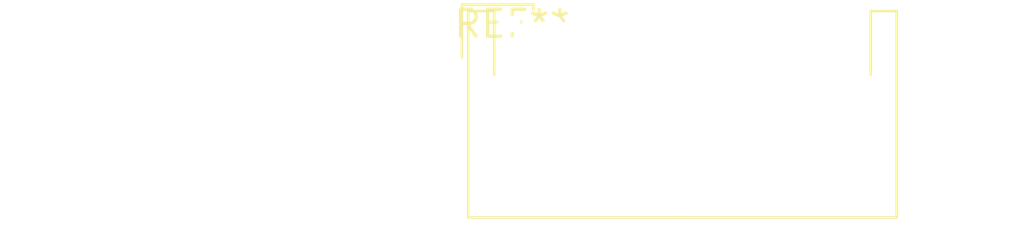
<source format=kicad_pcb>
(kicad_pcb (version 20240108) (generator pcbnew)
  (layers (0 "F.Cu" signal) (31 "B.Cu" signal) (34 "B.Paste" user) (35 "F.Paste" user) (36 "B.SilkS" user "B.Silkscreen") (37 "F.SilkS" user "F.Silkscreen") (38 "B.Mask" user) (39 "F.Mask" user) (44 "Edge.Cuts" user))
  (net 0 "")
  (footprint "JST_PHD_S18B-PHDSS_2x09_P2.00mm_Horizontal" (layer "F.Cu") (at 0 0)
    (property "Reference" "REF**")
    (property "Value" "JST_PHD_S18B-PHDSS_2x09_P2.00mm_Horizontal")
    (fp_line (start -2.36 -0.91) (end -2.36 1.59) (layer "F.SilkS") (stroke (width 0.12)))
    (fp_line (start -2.06 -0.61) (end -2.06 9.11) (layer "F.SilkS") (stroke (width 0.12)))
    (fp_line (start -2.06 9.11) (end 8 9.11) (layer "F.SilkS") (stroke (width 0.12)))
    (fp_line (start -0.84 -0.61) (end -2.06 -0.61) (layer "F.SilkS") (stroke (width 0.12)))
    (fp_line (start -0.84 2.39) (end -0.84 -0.61) (layer "F.SilkS") (stroke (width 0.12)))
    (fp_line (start 1 -0.91) (end -2.36 -0.91) (layer "F.SilkS") (stroke (width 0.12)))
    (fp_line (start 1 -0.66) (end 1 -0.91) (layer "F.SilkS") (stroke (width 0.12)))
    (fp_line (start 16.84 -0.61) (end 18.06 -0.61) (layer "F.SilkS") (stroke (width 0.12)))
    (fp_line (start 16.84 2.39) (end 16.84 -0.61) (layer "F.SilkS") (stroke (width 0.12)))
    (fp_line (start 18.06 -0.61) (end 18.06 9.11) (layer "F.SilkS") (stroke (width 0.12)))
    (fp_line (start 18.06 9.11) (end 8 9.11) (layer "F.SilkS") (stroke (width 0.12)))
    (pad "1" thru_hole roundrect (at 0 0) (size 1.2 1.2) (drill 0.75) (layers *.Cu *.Mask) (remove_unused_layers) (roundrect_rratio 0.208333))
    (pad "2" thru_hole circle (at 0 2) (size 1.2 1.2) (drill 0.75) (layers *.Cu *.Mask) (remove_unused_layers))
    (pad "3" thru_hole circle (at 2 0) (size 1.2 1.2) (drill 0.75) (layers *.Cu *.Mask) (remove_unused_layers))
    (pad "4" thru_hole circle (at 2 2) (size 1.2 1.2) (drill 0.75) (layers *.Cu *.Mask) (remove_unused_layers))
    (pad "5" thru_hole circle (at 4 0) (size 1.2 1.2) (drill 0.75) (layers *.Cu *.Mask) (remove_unused_layers))
    (pad "6" thru_hole circle (at 4 2) (size 1.2 1.2) (drill 0.75) (layers *.Cu *.Mask) (remove_unused_layers))
    (pad "7" thru_hole circle (at 6 0) (size 1.2 1.2) (drill 0.75) (layers *.Cu *.Mask) (remove_unused_layers))
    (pad "8" thru_hole circle (at 6 2) (size 1.2 1.2) (drill 0.75) (layers *.Cu *.Mask) (remove_unused_layers))
    (pad "9" thru_hole circle (at 8 0) (size 1.2 1.2) (drill 0.75) (layers *.Cu *.Mask) (remove_unused_layers))
    (pad "10" thru_hole circle (at 8 2) (size 1.2 1.2) (drill 0.75) (layers *.Cu *.Mask) (remove_unused_layers))
    (pad "11" thru_hole circle (at 10 0) (size 1.2 1.2) (drill 0.75) (layers *.Cu *.Mask) (remove_unused_layers))
    (pad "12" thru_hole circle (at 10 2) (size 1.2 1.2) (drill 0.75) (layers *.Cu *.Mask) (remove_unused_layers))
    (pad "13" thru_hole circle (at 12 0) (size 1.2 1.2) (drill 0.75) (layers *.Cu *.Mask) (remove_unused_layers))
    (pad "14" thru_hole circle (at 12 2) (size 1.2 1.2) (drill 0.75) (layers *.Cu *.Mask) (remove_unused_layers))
    (pad "15" thru_hole circle (at 14 0) (size 1.2 1.2) (drill 0.75) (layers *.Cu *.Mask) (remove_unused_layers))
    (pad "16" thru_hole circle (at 14 2) (size 1.2 1.2) (drill 0.75) (layers *.Cu *.Mask) (remove_unused_layers))
    (pad "17" thru_hole circle (at 16 0) (size 1.2 1.2) (drill 0.75) (layers *.Cu *.Mask) (remove_unused_layers))
    (pad "18" thru_hole circle (at 16 2) (size 1.2 1.2) (drill 0.75) (layers *.Cu *.Mask) (remove_unused_layers))
  )
)
</source>
